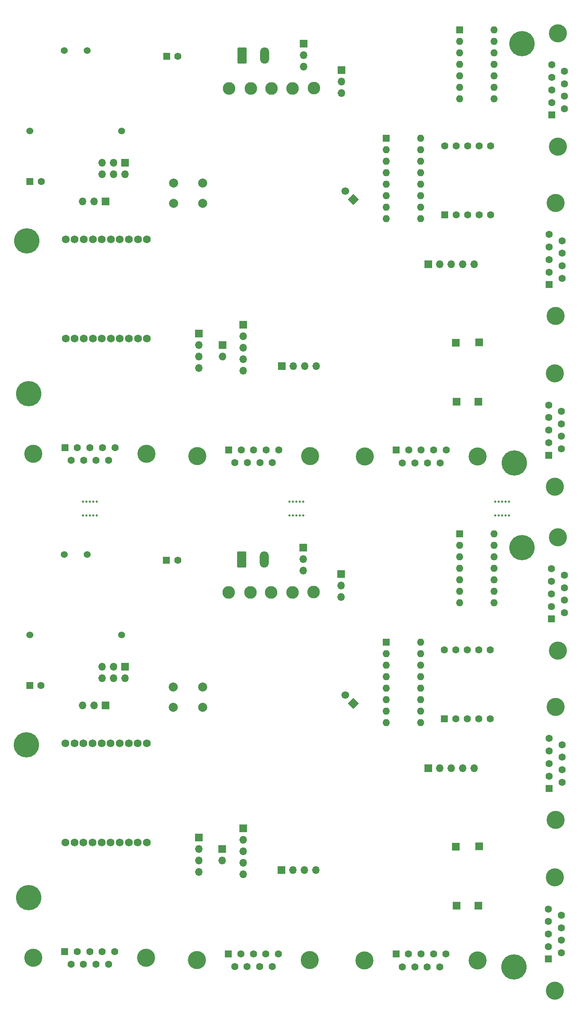
<source format=gbr>
%TF.GenerationSoftware,KiCad,Pcbnew,6.0.11-2627ca5db0~126~ubuntu20.04.1*%
%TF.CreationDate,2023-05-10T15:40:20+05:30*%
%TF.ProjectId,MVCU_F407,4d564355-5f46-4343-9037-2e6b69636164,rev?*%
%TF.SameCoordinates,Original*%
%TF.FileFunction,Soldermask,Bot*%
%TF.FilePolarity,Negative*%
%FSLAX46Y46*%
G04 Gerber Fmt 4.6, Leading zero omitted, Abs format (unit mm)*
G04 Created by KiCad (PCBNEW 6.0.11-2627ca5db0~126~ubuntu20.04.1) date 2023-05-10 15:40:20*
%MOMM*%
%LPD*%
G01*
G04 APERTURE LIST*
G04 Aperture macros list*
%AMRoundRect*
0 Rectangle with rounded corners*
0 $1 Rounding radius*
0 $2 $3 $4 $5 $6 $7 $8 $9 X,Y pos of 4 corners*
0 Add a 4 corners polygon primitive as box body*
4,1,4,$2,$3,$4,$5,$6,$7,$8,$9,$2,$3,0*
0 Add four circle primitives for the rounded corners*
1,1,$1+$1,$2,$3*
1,1,$1+$1,$4,$5*
1,1,$1+$1,$6,$7*
1,1,$1+$1,$8,$9*
0 Add four rect primitives between the rounded corners*
20,1,$1+$1,$2,$3,$4,$5,0*
20,1,$1+$1,$4,$5,$6,$7,0*
20,1,$1+$1,$6,$7,$8,$9,0*
20,1,$1+$1,$8,$9,$2,$3,0*%
%AMHorizOval*
0 Thick line with rounded ends*
0 $1 width*
0 $2 $3 position (X,Y) of the first rounded end (center of the circle)*
0 $4 $5 position (X,Y) of the second rounded end (center of the circle)*
0 Add line between two ends*
20,1,$1,$2,$3,$4,$5,0*
0 Add two circle primitives to create the rounded ends*
1,1,$1,$2,$3*
1,1,$1,$4,$5*%
%AMRotRect*
0 Rectangle, with rotation*
0 The origin of the aperture is its center*
0 $1 length*
0 $2 width*
0 $3 Rotation angle, in degrees counterclockwise*
0 Add horizontal line*
21,1,$1,$2,0,0,$3*%
G04 Aperture macros list end*
%ADD10R,1.600000X1.600000*%
%ADD11O,1.600000X1.600000*%
%ADD12C,4.000000*%
%ADD13C,1.600000*%
%ADD14C,2.800000*%
%ADD15C,5.600000*%
%ADD16R,1.700000X1.700000*%
%ADD17O,1.700000X1.700000*%
%ADD18C,1.727200*%
%ADD19RotRect,1.700000X1.700000X225.000000*%
%ADD20HorizOval,1.700000X0.000000X0.000000X0.000000X0.000000X0*%
%ADD21C,0.500000*%
%ADD22RoundRect,0.250000X-0.750000X-1.550000X0.750000X-1.550000X0.750000X1.550000X-0.750000X1.550000X0*%
%ADD23O,2.000000X3.600000*%
%ADD24C,1.524000*%
%ADD25C,2.000000*%
G04 APERTURE END LIST*
D10*
%TO.C,U1*%
X135264000Y-84289000D03*
D11*
X135264000Y-86829000D03*
X135264000Y-89369000D03*
X135264000Y-91909000D03*
X135264000Y-94449000D03*
X135264000Y-96989000D03*
X135264000Y-99529000D03*
X142884000Y-99529000D03*
X142884000Y-96989000D03*
X142884000Y-94449000D03*
X142884000Y-91909000D03*
X142884000Y-89369000D03*
X142884000Y-86829000D03*
X142884000Y-84289000D03*
%TD*%
D12*
%TO.C,J33*%
X156384669Y-73831893D03*
X156384669Y-48831893D03*
D10*
X154964669Y-66871893D03*
D13*
X154964669Y-64101893D03*
X154964669Y-61331893D03*
X154964669Y-58561893D03*
X154964669Y-55791893D03*
X157804669Y-65486893D03*
X157804669Y-62716893D03*
X157804669Y-59946893D03*
X157804669Y-57176893D03*
%TD*%
D14*
%TO.C,+Vin*%
X102947000Y-97118000D03*
%TD*%
D15*
%TO.C,H6*%
X39864107Y-53267893D03*
%TD*%
D14*
%TO.C,-Vin*%
X98248000Y-97245000D03*
%TD*%
D10*
%TO.C,U19*%
X119037000Y3197500D03*
D11*
X119037000Y657500D03*
X119037000Y-1882500D03*
X119037000Y-4422500D03*
X119037000Y-6962500D03*
X119037000Y-9502500D03*
X119037000Y-12042500D03*
X119037000Y-14582500D03*
X126657000Y-14582500D03*
X126657000Y-12042500D03*
X126657000Y-9502500D03*
X126657000Y-6962500D03*
X126657000Y-4422500D03*
X126657000Y-1882500D03*
X126657000Y657500D03*
X126657000Y3197500D03*
%TD*%
D12*
%TO.C,J6*%
X156499107Y-122551893D03*
X156499107Y-147551893D03*
D10*
X155079107Y-140591893D03*
D13*
X155079107Y-137821893D03*
X155079107Y-135051893D03*
X155079107Y-132281893D03*
X155079107Y-129511893D03*
X157919107Y-139206893D03*
X157919107Y-136436893D03*
X157919107Y-133666893D03*
X157919107Y-130896893D03*
%TD*%
D16*
%TO.C,J38*%
X61207000Y-2225000D03*
D17*
X61207000Y-4765000D03*
X58667000Y-2225000D03*
X58667000Y-4765000D03*
X56127000Y-2225000D03*
X56127000Y-4765000D03*
%TD*%
D10*
%TO.C,C54*%
X70404349Y21325000D03*
D13*
X72904349Y21325000D03*
%TD*%
D16*
%TO.C,J35*%
X95857000Y-47175000D03*
D17*
X98397000Y-47175000D03*
X100937000Y-47175000D03*
X103477000Y-47175000D03*
%TD*%
D16*
%TO.C,J31*%
X77557000Y-39975000D03*
D17*
X77557000Y-42515000D03*
X77557000Y-45055000D03*
X77557000Y-47595000D03*
%TD*%
D18*
%TO.C,U9*%
X47993660Y-152543200D03*
X49995180Y-152543200D03*
X51994160Y-152543200D03*
X53995680Y-152543200D03*
X55994660Y-152543200D03*
X57993640Y-152543200D03*
X59995160Y-152543200D03*
X61994140Y-152543200D03*
X63995660Y-152543200D03*
X65994640Y-152543200D03*
X65994640Y-130546800D03*
X63995660Y-130546800D03*
X61994140Y-130546800D03*
X59995160Y-130546800D03*
X57993640Y-130546800D03*
X55994660Y-130546800D03*
X53995680Y-130546800D03*
X51994160Y-130546800D03*
X49995180Y-130546800D03*
X47993660Y-130546800D03*
%TD*%
D16*
%TO.C,J39*%
X56907000Y-10775000D03*
D17*
X54367000Y-10775000D03*
X51827000Y-10775000D03*
%TD*%
D16*
%TO.C,J41*%
X134609000Y-55040000D03*
%TD*%
D10*
%TO.C,U10*%
X131888000Y-125195000D03*
D13*
X134428000Y-125195000D03*
X136968000Y-125195000D03*
X139508000Y-125195000D03*
X142048000Y-125195000D03*
X142048000Y-109955000D03*
X139508000Y-109955000D03*
X136968000Y-109955000D03*
X134428000Y-109955000D03*
X131888000Y-109955000D03*
%TD*%
D15*
%TO.C,H5*%
X147357000Y-68575000D03*
%TD*%
D19*
%TO.C,J36*%
X111758562Y-10326562D03*
D20*
X109962511Y-8530511D03*
%TD*%
D12*
%TO.C,J26*%
X65904107Y-66607562D03*
X40904107Y-66607562D03*
D10*
X47864107Y-65187562D03*
D13*
X50634107Y-65187562D03*
X53404107Y-65187562D03*
X56174107Y-65187562D03*
X58944107Y-65187562D03*
X49249107Y-68027562D03*
X52019107Y-68027562D03*
X54789107Y-68027562D03*
X57559107Y-68027562D03*
%TD*%
D16*
%TO.C,J34*%
X128332000Y-24675000D03*
D17*
X130872000Y-24675000D03*
X133412000Y-24675000D03*
X135952000Y-24675000D03*
X138492000Y-24675000D03*
%TD*%
D15*
%TO.C,H4*%
X149048000Y-87339000D03*
%TD*%
%TO.C,H2*%
X39825107Y-164687893D03*
%TD*%
D12*
%TO.C,J29*%
X77154107Y-67107562D03*
X102154107Y-67107562D03*
D10*
X84114107Y-65687562D03*
D13*
X86884107Y-65687562D03*
X89654107Y-65687562D03*
X92424107Y-65687562D03*
X95194107Y-65687562D03*
X85499107Y-68527562D03*
X88269107Y-68527562D03*
X91039107Y-68527562D03*
X93809107Y-68527562D03*
%TD*%
D16*
%TO.C,J2*%
X87318000Y-149420000D03*
D17*
X87318000Y-151960000D03*
X87318000Y-154500000D03*
X87318000Y-157040000D03*
X87318000Y-159580000D03*
%TD*%
D12*
%TO.C,J7*%
X77115107Y-178527562D03*
X102115107Y-178527562D03*
D10*
X84075107Y-177107562D03*
D13*
X86845107Y-177107562D03*
X89615107Y-177107562D03*
X92385107Y-177107562D03*
X95155107Y-177107562D03*
X85460107Y-179947562D03*
X88230107Y-179947562D03*
X91000107Y-179947562D03*
X93770107Y-179947562D03*
%TD*%
D14*
%TO.C,3V1*%
X89016000Y14175000D03*
%TD*%
D21*
%TO.C,mouse-bite-3mm-slot*%
X97619000Y-80195000D03*
X97619000Y-77195000D03*
X99893000Y-80195000D03*
X100655000Y-77195000D03*
X99905000Y-77195000D03*
X98393000Y-77195000D03*
X99143000Y-80195000D03*
X100655000Y-80195000D03*
X99143000Y-77195000D03*
X98393000Y-80195000D03*
%TD*%
D12*
%TO.C,J11*%
X157018776Y-85051893D03*
X157018776Y-110051893D03*
D10*
X155598776Y-103091893D03*
D13*
X155598776Y-100321893D03*
X155598776Y-97551893D03*
X155598776Y-94781893D03*
X155598776Y-92011893D03*
X158438776Y-101706893D03*
X158438776Y-98936893D03*
X158438776Y-96166893D03*
X158438776Y-93396893D03*
%TD*%
D16*
%TO.C,J20*%
X134570000Y-166460000D03*
%TD*%
%TO.C,J13*%
X128293000Y-136095000D03*
D17*
X130833000Y-136095000D03*
X133373000Y-136095000D03*
X135913000Y-136095000D03*
X138453000Y-136095000D03*
%TD*%
D16*
%TO.C,J16*%
X100661000Y-87354000D03*
D17*
X100661000Y-89894000D03*
X100661000Y-92434000D03*
%TD*%
D16*
%TO.C,J10*%
X77518000Y-151395000D03*
D17*
X77518000Y-153935000D03*
X77518000Y-156475000D03*
X77518000Y-159015000D03*
%TD*%
D12*
%TO.C,J12*%
X156345669Y-185251893D03*
X156345669Y-160251893D03*
D10*
X154925669Y-178291893D03*
D13*
X154925669Y-175521893D03*
X154925669Y-172751893D03*
X154925669Y-169981893D03*
X154925669Y-167211893D03*
X157765669Y-176906893D03*
X157765669Y-174136893D03*
X157765669Y-171366893D03*
X157765669Y-168596893D03*
%TD*%
D16*
%TO.C,J21*%
X139550000Y-153350000D03*
%TD*%
D10*
%TO.C,U8*%
X118998000Y-108222500D03*
D11*
X118998000Y-110762500D03*
X118998000Y-113302500D03*
X118998000Y-115842500D03*
X118998000Y-118382500D03*
X118998000Y-120922500D03*
X118998000Y-123462500D03*
X118998000Y-126002500D03*
X126618000Y-126002500D03*
X126618000Y-123462500D03*
X126618000Y-120922500D03*
X126618000Y-118382500D03*
X126618000Y-115842500D03*
X126618000Y-113302500D03*
X126618000Y-110762500D03*
X126618000Y-108222500D03*
%TD*%
D15*
%TO.C,H3*%
X39368000Y-130895000D03*
%TD*%
D14*
%TO.C,+5V*%
X84151000Y-97245000D03*
%TD*%
D16*
%TO.C,J42*%
X139589000Y-41930000D03*
%TD*%
D22*
%TO.C,J5*%
X87045107Y-89966500D03*
D23*
X92045107Y-89966500D03*
%TD*%
D12*
%TO.C,J32*%
X157057776Y1368107D03*
X157057776Y26368107D03*
D10*
X155637776Y8328107D03*
D13*
X155637776Y11098107D03*
X155637776Y13868107D03*
X155637776Y16638107D03*
X155637776Y19408107D03*
X158477776Y9713107D03*
X158477776Y12483107D03*
X158477776Y15253107D03*
X158477776Y18023107D03*
%TD*%
D22*
%TO.C,J27*%
X87084107Y21453500D03*
D23*
X92084107Y21453500D03*
%TD*%
D16*
%TO.C,J17*%
X61168000Y-113645000D03*
D17*
X61168000Y-116185000D03*
X58628000Y-113645000D03*
X58628000Y-116185000D03*
X56088000Y-113645000D03*
X56088000Y-116185000D03*
%TD*%
D16*
%TO.C,J22*%
X139396000Y-166460000D03*
%TD*%
D10*
%TO.C,U21*%
X131927000Y-13775000D03*
D13*
X134467000Y-13775000D03*
X137007000Y-13775000D03*
X139547000Y-13775000D03*
X142087000Y-13775000D03*
X142087000Y1465000D03*
X139547000Y1465000D03*
X137007000Y1465000D03*
X134467000Y1465000D03*
X131927000Y1465000D03*
%TD*%
D12*
%TO.C,J4*%
X40865107Y-178027562D03*
X65865107Y-178027562D03*
D10*
X47825107Y-176607562D03*
D13*
X50595107Y-176607562D03*
X53365107Y-176607562D03*
X56135107Y-176607562D03*
X58905107Y-176607562D03*
X49210107Y-179447562D03*
X51980107Y-179447562D03*
X54750107Y-179447562D03*
X57520107Y-179447562D03*
%TD*%
D16*
%TO.C,J14*%
X95818000Y-158595000D03*
D17*
X98358000Y-158595000D03*
X100898000Y-158595000D03*
X103438000Y-158595000D03*
%TD*%
D15*
%TO.C,H1*%
X147318000Y-179995000D03*
%TD*%
D16*
%TO.C,J18*%
X56868000Y-122195000D03*
D17*
X54328000Y-122195000D03*
X51788000Y-122195000D03*
%TD*%
D21*
%TO.C,mouse-bite-3mm-slot*%
X143169000Y-80195000D03*
X143169000Y-77195000D03*
X145443000Y-80195000D03*
X146205000Y-77195000D03*
X145455000Y-77195000D03*
X143943000Y-77195000D03*
X144693000Y-80195000D03*
X146205000Y-80195000D03*
X144693000Y-77195000D03*
X143943000Y-80195000D03*
%TD*%
D14*
%TO.C,GND1*%
X93588000Y14175000D03*
%TD*%
%TO.C,3V3*%
X88977000Y-97245000D03*
%TD*%
D18*
%TO.C,U20*%
X48032660Y-41123200D03*
X50034180Y-41123200D03*
X52033160Y-41123200D03*
X54034680Y-41123200D03*
X56033660Y-41123200D03*
X58032640Y-41123200D03*
X60034160Y-41123200D03*
X62033140Y-41123200D03*
X64034660Y-41123200D03*
X66033640Y-41123200D03*
X66033640Y-19126800D03*
X64034660Y-19126800D03*
X62033140Y-19126800D03*
X60034160Y-19126800D03*
X58032640Y-19126800D03*
X56033660Y-19126800D03*
X54034680Y-19126800D03*
X52033160Y-19126800D03*
X50034180Y-19126800D03*
X48032660Y-19126800D03*
%TD*%
D15*
%TO.C,H7*%
X39407000Y-19475000D03*
%TD*%
D21*
%TO.C,mouse-bite-3mm-slot*%
X51869000Y-80195000D03*
X51869000Y-77195000D03*
X54143000Y-80195000D03*
X54905000Y-77195000D03*
X54155000Y-77195000D03*
X52643000Y-77195000D03*
X53393000Y-80195000D03*
X54905000Y-80195000D03*
X53393000Y-77195000D03*
X52643000Y-80195000D03*
%TD*%
D10*
%TO.C,U12*%
X135303000Y27131000D03*
D11*
X135303000Y24591000D03*
X135303000Y22051000D03*
X135303000Y19511000D03*
X135303000Y16971000D03*
X135303000Y14431000D03*
X135303000Y11891000D03*
X142923000Y11891000D03*
X142923000Y14431000D03*
X142923000Y16971000D03*
X142923000Y19511000D03*
X142923000Y22051000D03*
X142923000Y24591000D03*
X142923000Y27131000D03*
%TD*%
D24*
%TO.C,U18*%
X52804107Y22611107D03*
X47724107Y22611107D03*
X40104107Y4831107D03*
X60424107Y4831107D03*
%TD*%
D12*
%TO.C,J8*%
X139215107Y-178577562D03*
X114215107Y-178577562D03*
D10*
X121175107Y-177157562D03*
D13*
X123945107Y-177157562D03*
X126715107Y-177157562D03*
X129485107Y-177157562D03*
X132255107Y-177157562D03*
X122560107Y-179997562D03*
X125330107Y-179997562D03*
X128100107Y-179997562D03*
X130870107Y-179997562D03*
%TD*%
D14*
%TO.C,+5V1*%
X84190000Y14175000D03*
%TD*%
%TO.C,-Vin1*%
X98287000Y14175000D03*
%TD*%
D16*
%TO.C,J40*%
X134439000Y-42005000D03*
%TD*%
%TO.C,J9*%
X109082000Y18250000D03*
D17*
X109082000Y15710000D03*
X109082000Y13170000D03*
%TD*%
D25*
%TO.C,SW1*%
X78375107Y-118137893D03*
X71875107Y-118137893D03*
X78375107Y-122637893D03*
X71875107Y-122637893D03*
%TD*%
D16*
%TO.C,J19*%
X134400000Y-153425000D03*
%TD*%
D10*
%TO.C,C27*%
X40065349Y-117795000D03*
D13*
X42565349Y-117795000D03*
%TD*%
D19*
%TO.C,J15*%
X111719562Y-121746562D03*
D20*
X109923511Y-119950511D03*
%TD*%
D10*
%TO.C,C57*%
X40104349Y-6375000D03*
D13*
X42604349Y-6375000D03*
%TD*%
D24*
%TO.C,U7*%
X52765107Y-88808893D03*
X47685107Y-88808893D03*
X40065107Y-106588893D03*
X60385107Y-106588893D03*
%TD*%
D16*
%TO.C,J44*%
X82757000Y-42540000D03*
D17*
X82757000Y-45080000D03*
%TD*%
D14*
%TO.C,GND*%
X93549000Y-97245000D03*
%TD*%
D16*
%TO.C,J1*%
X109043000Y-93170000D03*
D17*
X109043000Y-95710000D03*
X109043000Y-98250000D03*
%TD*%
D12*
%TO.C,J30*%
X139254107Y-67157562D03*
X114254107Y-67157562D03*
D10*
X121214107Y-65737562D03*
D13*
X123984107Y-65737562D03*
X126754107Y-65737562D03*
X129524107Y-65737562D03*
X132294107Y-65737562D03*
X122599107Y-68577562D03*
X125369107Y-68577562D03*
X128139107Y-68577562D03*
X130909107Y-68577562D03*
%TD*%
D12*
%TO.C,J28*%
X156538107Y-11131893D03*
X156538107Y-36131893D03*
D10*
X155118107Y-29171893D03*
D13*
X155118107Y-26401893D03*
X155118107Y-23631893D03*
X155118107Y-20861893D03*
X155118107Y-18091893D03*
X157958107Y-27786893D03*
X157958107Y-25016893D03*
X157958107Y-22246893D03*
X157958107Y-19476893D03*
%TD*%
D10*
%TO.C,C24*%
X70365349Y-90095000D03*
D13*
X72865349Y-90095000D03*
%TD*%
D16*
%TO.C,J37*%
X100700000Y24066000D03*
D17*
X100700000Y21526000D03*
X100700000Y18986000D03*
%TD*%
D15*
%TO.C,H8*%
X149087000Y24081000D03*
%TD*%
D25*
%TO.C,SW2*%
X71914107Y-6717893D03*
X78414107Y-6717893D03*
X71914107Y-11217893D03*
X78414107Y-11217893D03*
%TD*%
D16*
%TO.C,J24*%
X87357000Y-38000000D03*
D17*
X87357000Y-40540000D03*
X87357000Y-43080000D03*
X87357000Y-45620000D03*
X87357000Y-48160000D03*
%TD*%
D16*
%TO.C,J43*%
X139435000Y-55040000D03*
%TD*%
%TO.C,J23*%
X82718000Y-153960000D03*
D17*
X82718000Y-156500000D03*
%TD*%
D14*
%TO.C,+Vin1*%
X102986000Y14302000D03*
%TD*%
M02*

</source>
